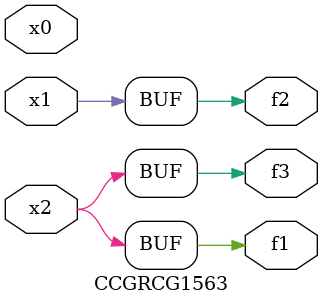
<source format=v>
module CCGRCG1563(
	input x0, x1, x2,
	output f1, f2, f3
);
	assign f1 = x2;
	assign f2 = x1;
	assign f3 = x2;
endmodule

</source>
